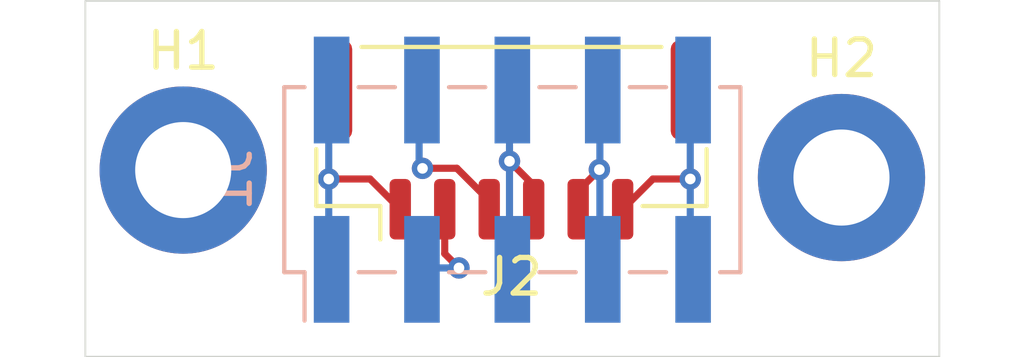
<source format=kicad_pcb>
(kicad_pcb (version 20241229) (generator "pcbnew") (generator_version "9.0")
  (layers (0 "F.Cu" signal) (2 "B.Cu" signal) (13 "F.Paste" user) (15 "B.Paste" user) (5 "F.SilkS" user "F.Silkscreen") (7 "B.SilkS" user "B.Silkscreen") (1 "F.Mask" user) (3 "B.Mask" user) (25 "Edge.Cuts" user))
  (net 0 "")
  (net 1 "VCC")
  (net 2 "/ENA")
  (net 3 "/IN2")
  (net 4 "/IN1")
  (net 5 "/ENB")
  (net 6 "GND")
  (footprint "MountingHole:MountingHole_2.7mm_M2.5_DIN965_Pad" (layer "F.Cu") (at 80.5 50.25)
    (property "Reference" "H1" (at 0 -3.35 0) (layer "F.SilkS"))
    (property "Value" "MountingHole")
    (pad "1" thru_hole circle (at 0 0) (size 4.7 4.7) (drill 2.7) (layers "*.Cu" "*.Mask"))
  )
  (footprint "MountingHole:MountingHole_2.7mm_M2.5_DIN965_Pad" (layer "F.Cu") (at 99 50.46)
    (property "Reference" "H2" (at 0 -3.35 0) (layer "F.SilkS"))
    (property "Value" "MountingHole")
    (pad "1" thru_hole circle (at 0 0) (size 4.7 4.7) (drill 2.7) (layers "*.Cu" "*.Mask"))
  )
  (footprint "Connector_JST:JST_GH_BM06B-GHS-TBT_1x06-1MP_P1.25mm_Vertical" (layer "F.Cu") (at 89.725 49.4)
    (property "Reference" "J2" (at 0 3.85 0) (layer "F.SilkS"))
    (property "Value" "JST_GH Input")
    (fp_line (start -5.485 0.26) (end -5.485 1.86) (stroke (width 0.12)) (layer "F.SilkS"))
    (fp_line (start -5.485 1.86) (end -3.685 1.86) (stroke (width 0.12)) (layer "F.SilkS"))
    (fp_line (start -4.215 -2.61) (end 4.215 -2.61) (stroke (width 0.12)) (layer "F.SilkS"))
    (fp_line (start -3.685 1.86) (end -3.685 2.8) (stroke (width 0.12)) (layer "F.SilkS"))
    (fp_line (start 5.485 0.26) (end 5.485 1.86) (stroke (width 0.12)) (layer "F.SilkS"))
    (fp_line (start 5.485 1.86) (end 3.685 1.86) (stroke (width 0.12)) (layer "F.SilkS"))
    (pad "1" smd roundrect (at -3.125 1.95) (size 0.6 1.7) (layers "F.Cu" "F.Mask" "F.Paste") (net 1 "VCC"))
    (pad "2" smd roundrect (at -1.875 1.95) (size 0.6 1.7) (layers "F.Cu" "F.Mask" "F.Paste") (net 5 "/ENB"))
    (pad "3" smd roundrect (at -0.625 1.95) (size 0.6 1.7) (layers "F.Cu" "F.Mask" "F.Paste") (net 2 "/ENA"))
    (pad "4" smd roundrect (at 0.625 1.95) (size 0.6 1.7) (layers "F.Cu" "F.Mask" "F.Paste") (net 4 "/IN1"))
    (pad "5" smd roundrect (at 1.875 1.95) (size 0.6 1.7) (layers "F.Cu" "F.Mask" "F.Paste") (net 3 "/IN2"))
    (pad "6" smd roundrect (at 3.125 1.95) (size 0.6 1.7) (layers "F.Cu" "F.Mask" "F.Paste") (net 6 "GND"))
    (pad "MP" smd roundrect (at -4.975 -1.4) (size 1 2.8) (layers "F.Cu" "F.Mask" "F.Paste"))
    (pad "MP" smd roundrect (at 4.975 -1.4) (size 1 2.8) (layers "F.Cu" "F.Mask" "F.Paste"))
  )
  (footprint "Connector_PinSocket_2.54mm:PinSocket_2x05_P2.54mm_Vertical_SMD" (layer "B.Cu") (at 89.75 50.52 -90)
    (property "Reference" "J1" (at 0 7.85 90) (layer "B.SilkS") (effects (justify mirror)))
    (property "Value" "Socket")
    (fp_line (start -2.6 6.41) (end 2.6 6.41) (stroke (width 0.12)) (layer "B.SilkS"))
    (fp_line (start -2.6 6.41) (end -2.6 5.84) (stroke (width 0.12)) (layer "B.SilkS"))
    (fp_line (start 2.6 6.41) (end 2.6 5.84) (stroke (width 0.12)) (layer "B.SilkS"))
    (fp_line (start 2.6 5.84) (end 3.96 5.84) (stroke (width 0.12)) (layer "B.SilkS"))
    (fp_line (start -2.6 4.32) (end -2.6 3.3) (stroke (width 0.12)) (layer "B.SilkS"))
    (fp_line (start 2.6 4.32) (end 2.6 3.3) (stroke (width 0.12)) (layer "B.SilkS"))
    (fp_line (start -2.6 1.78) (end -2.6 0.76) (stroke (width 0.12)) (layer "B.SilkS"))
    (fp_line (start 2.6 1.78) (end 2.6 0.76) (stroke (width 0.12)) (layer "B.SilkS"))
    (fp_line (start -2.6 -0.76) (end -2.6 -1.78) (stroke (width 0.12)) (layer "B.SilkS"))
    (fp_line (start 2.6 -0.76) (end 2.6 -1.78) (stroke (width 0.12)) (layer "B.SilkS"))
    (fp_line (start -2.6 -3.3) (end -2.6 -4.32) (stroke (width 0.12)) (layer "B.SilkS"))
    (fp_line (start 2.6 -3.3) (end 2.6 -4.32) (stroke (width 0.12)) (layer "B.SilkS"))
    (fp_line (start -2.6 -5.84) (end -2.6 -6.41) (stroke (width 0.12)) (layer "B.SilkS"))
    (fp_line (start 2.6 -5.84) (end 2.6 -6.41) (stroke (width 0.12)) (layer "B.SilkS"))
    (fp_line (start -2.6 -6.41) (end 2.6 -6.41) (stroke (width 0.12)) (layer "B.SilkS"))
    (pad "1" smd rect (at 2.52 5.08 270) (size 3 1) (layers "B.Cu" "B.Mask" "B.Paste") (net 1 "VCC"))
    (pad "2" smd rect (at -2.52 5.08 270) (size 3 1) (layers "B.Cu" "B.Mask" "B.Paste") (net 1 "VCC"))
    (pad "3" smd rect (at 2.52 2.54 270) (size 3 1) (layers "B.Cu" "B.Mask" "B.Paste") (net 5 "/ENB"))
    (pad "4" smd rect (at -2.52 2.54 270) (size 3 1) (layers "B.Cu" "B.Mask" "B.Paste") (net 2 "/ENA"))
    (pad "5" smd rect (at 2.52 0 270) (size 3 1) (layers "B.Cu" "B.Mask" "B.Paste") (net 4 "/IN1"))
    (pad "6" smd rect (at -2.52 0 270) (size 3 1) (layers "B.Cu" "B.Mask" "B.Paste") (net 4 "/IN1"))
    (pad "7" smd rect (at 2.52 -2.54 270) (size 3 1) (layers "B.Cu" "B.Mask" "B.Paste") (net 3 "/IN2"))
    (pad "8" smd rect (at -2.52 -2.54 270) (size 3 1) (layers "B.Cu" "B.Mask" "B.Paste") (net 3 "/IN2"))
    (pad "9" smd rect (at 2.52 -5.08 270) (size 3 1) (layers "B.Cu" "B.Mask" "B.Paste") (net 6 "GND"))
    (pad "10" smd rect (at -2.52 -5.08 270) (size 3 1) (layers "B.Cu" "B.Mask" "B.Paste") (net 6 "GND"))
  )
  (gr_rect (start 77.75 45.495) (end 101.75 55.495) (stroke (width 0.05)) (fill no) (layer "Edge.Cuts"))
  (segment (start 85.75 50.5) (end 84.59 50.5) (width 0.2) (layer "F.Cu") (net 1))
  (segment (start 86.6 51.35) (end 85.75 50.5) (width 0.2) (layer "F.Cu") (net 1))
  (via (at 84.59 50.5) (size 0.6) (drill 0.3) (layers "F.Cu" "B.Cu") (net 1))
  (segment (start 84.59 50.5) (end 84.59 53.04) (width 0.2) (layer "B.Cu") (net 1))
  (segment (start 84.59 48) (end 84.59 50.5) (width 0.2) (layer "B.Cu") (net 1))
  (segment (start 87.228125 50.199) (end 87.224999 50.202126) (width 0.2) (layer "F.Cu") (net 2))
  (segment (start 89.1 51.108032) (end 88.190968 50.199) (width 0.2) (layer "F.Cu") (net 2))
  (segment (start 89.1 51.35) (end 89.1 51.108032) (width 0.2) (layer "F.Cu") (net 2))
  (segment (start 88.190968 50.199) (end 87.228125 50.199) (width 0.2) (layer "F.Cu") (net 2))
  (via (at 87.224999 50.202126) (size 0.6) (drill 0.3) (layers "F.Cu" "B.Cu") (net 2))
  (segment (start 87.13 50.107127) (end 87.13 48) (width 0.2) (layer "B.Cu") (net 2))
  (segment (start 87.224999 50.202126) (end 87.13 50.107127) (width 0.2) (layer "B.Cu") (net 2))
  (segment (start 91.6 50.832557) (end 92.195501 50.237056) (width 0.2) (layer "F.Cu") (net 3))
  (segment (start 91.6 51.35) (end 91.6 50.832557) (width 0.2) (layer "F.Cu") (net 3))
  (via (at 92.195501 50.237056) (size 0.6) (drill 0.3) (layers "F.Cu" "B.Cu") (net 3))
  (segment (start 92.21 48) (end 92.21 53.04) (width 0.2) (layer "B.Cu") (net 3))
  (segment (start 90.35 50.68) (end 89.67 50) (width 0.2) (layer "F.Cu") (net 4))
  (segment (start 90.35 51.35) (end 90.35 50.68) (width 0.2) (layer "F.Cu") (net 4))
  (via (at 89.67 50) (size 0.6) (drill 0.3) (layers "F.Cu" "B.Cu") (net 4))
  (segment (start 89.67 48) (end 89.67 50) (width 0.2) (layer "B.Cu") (net 4))
  (segment (start 89.67 50) (end 89.67 53.04) (width 0.2) (layer "B.Cu") (net 4))
  (segment (start 87.85 51.35) (end 87.85 52.6) (width 0.2) (layer "F.Cu") (net 5))
  (segment (start 87.85 52.6) (end 88.25 53) (width 0.2) (layer "F.Cu") (net 5))
  (via (at 88.25 53) (size 0.6) (drill 0.3) (layers "F.Cu" "B.Cu") (net 5))
  (segment (start 88.25 53) (end 87.17 53) (width 0.2) (layer "B.Cu") (net 5))
  (segment (start 87.17 53) (end 87.13 53.04) (width 0.2) (layer "B.Cu") (net 5))
  (segment (start 92.85 51.35) (end 93.7 50.5) (width 0.2) (layer "F.Cu") (net 6))
  (segment (start 93.7 50.5) (end 94.75 50.5) (width 0.2) (layer "F.Cu") (net 6))
  (via (at 94.75 50.5) (size 0.6) (drill 0.3) (layers "F.Cu" "B.Cu") (net 6))
  (segment (start 94.75 48) (end 94.75 50.5) (width 0.2) (layer "B.Cu") (net 6))
  (segment (start 94.75 50.5) (end 94.75 53.04) (width 0.2) (layer "B.Cu") (net 6))
)
</source>
